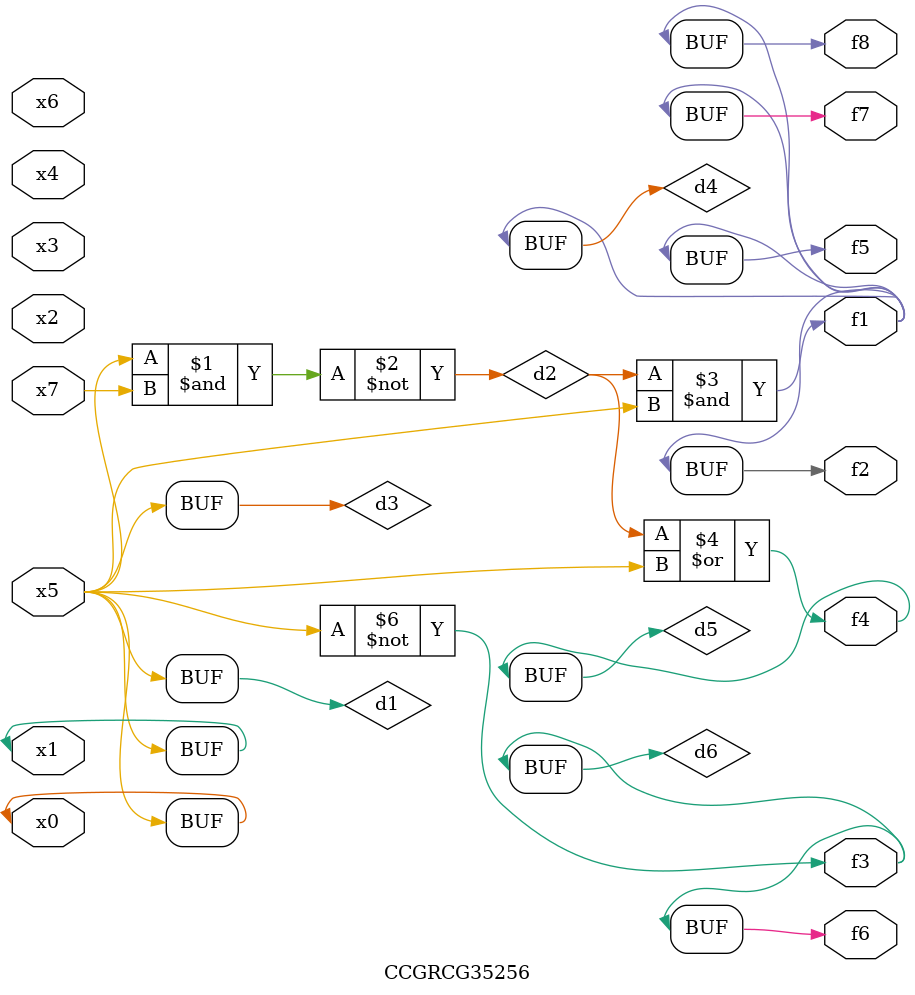
<source format=v>
module CCGRCG35256(
	input x0, x1, x2, x3, x4, x5, x6, x7,
	output f1, f2, f3, f4, f5, f6, f7, f8
);

	wire d1, d2, d3, d4, d5, d6;

	buf (d1, x0, x5);
	nand (d2, x5, x7);
	buf (d3, x0, x1);
	and (d4, d2, d3);
	or (d5, d2, d3);
	nor (d6, d1, d3);
	assign f1 = d4;
	assign f2 = d4;
	assign f3 = d6;
	assign f4 = d5;
	assign f5 = d4;
	assign f6 = d6;
	assign f7 = d4;
	assign f8 = d4;
endmodule

</source>
